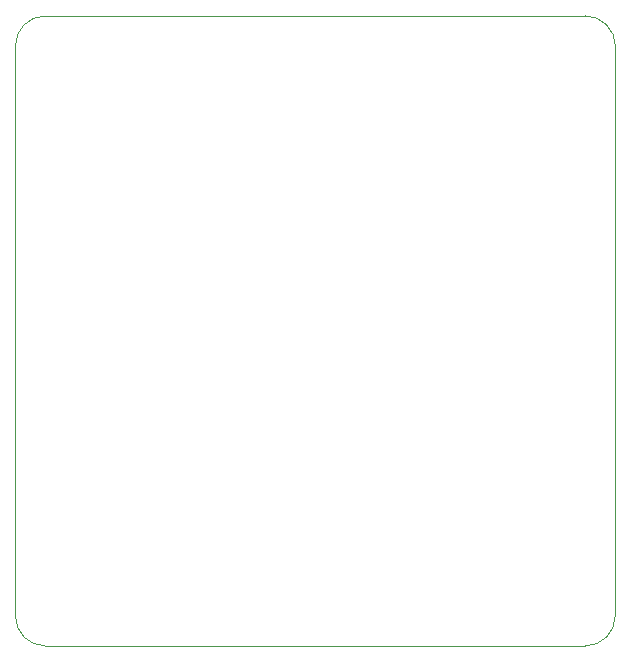
<source format=gbr>
%TF.GenerationSoftware,KiCad,Pcbnew,(5.1.9)-1*%
%TF.CreationDate,2021-02-03T11:38:48-08:00*%
%TF.ProjectId,ATMEGA328_RTC_EEPROM,41544d45-4741-4333-9238-5f5254435f45,1*%
%TF.SameCoordinates,Original*%
%TF.FileFunction,Profile,NP*%
%FSLAX46Y46*%
G04 Gerber Fmt 4.6, Leading zero omitted, Abs format (unit mm)*
G04 Created by KiCad (PCBNEW (5.1.9)-1) date 2021-02-03 11:38:48*
%MOMM*%
%LPD*%
G01*
G04 APERTURE LIST*
%TA.AperFunction,Profile*%
%ADD10C,0.050000*%
%TD*%
G04 APERTURE END LIST*
D10*
X177800000Y-127000000D02*
X177800000Y-78740000D01*
X129540000Y-129540000D02*
X175260000Y-129540000D01*
X127000000Y-78740000D02*
X127000000Y-127000000D01*
X175260000Y-76200000D02*
X129540000Y-76200000D01*
X175260000Y-76200000D02*
G75*
G02*
X177800000Y-78740000I0J-2540000D01*
G01*
X177800000Y-127000000D02*
G75*
G02*
X175260000Y-129540000I-2540000J0D01*
G01*
X129540000Y-129540000D02*
G75*
G02*
X127000000Y-127000000I0J2540000D01*
G01*
X127000000Y-78740000D02*
G75*
G02*
X129540000Y-76200000I2540000J0D01*
G01*
M02*

</source>
